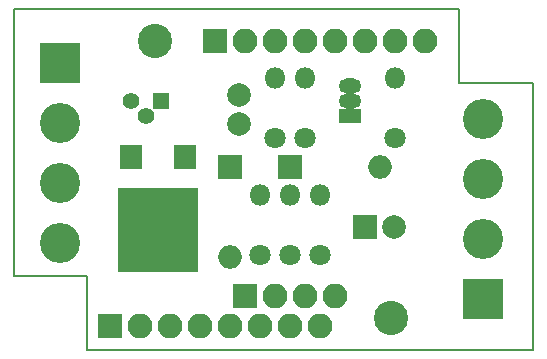
<source format=gts>
G04 #@! TF.FileFunction,Soldermask,Top*
%FSLAX46Y46*%
G04 Gerber Fmt 4.6, Leading zero omitted, Abs format (unit mm)*
G04 Created by KiCad (PCBNEW 4.0.7) date 08/08/18 22:55:19*
%MOMM*%
%LPD*%
G01*
G04 APERTURE LIST*
%ADD10C,0.100000*%
%ADD11C,0.150000*%
%ADD12R,2.000000X2.000000*%
%ADD13C,2.000000*%
%ADD14C,1.400000*%
%ADD15R,1.400000X1.400000*%
%ADD16C,3.400000*%
%ADD17R,3.400000X3.400000*%
%ADD18O,2.000000X2.000000*%
%ADD19O,1.900000X1.300000*%
%ADD20R,1.900000X1.300000*%
%ADD21R,1.900000X2.000000*%
%ADD22R,6.900000X7.100000*%
%ADD23R,2.100000X2.100000*%
%ADD24O,2.100000X2.100000*%
%ADD25C,2.900000*%
%ADD26C,1.800000*%
%ADD27O,1.800000X1.800000*%
G04 APERTURE END LIST*
D10*
D11*
X140462000Y-106299000D02*
X140462000Y-83693000D01*
X146685000Y-106299000D02*
X140462000Y-106299000D01*
X146685000Y-112522000D02*
X146685000Y-106299000D01*
X184404000Y-112522000D02*
X146685000Y-112522000D01*
X184404000Y-89916000D02*
X184404000Y-112522000D01*
X178181000Y-89916000D02*
X184404000Y-89916000D01*
X178181000Y-83693000D02*
X178181000Y-89916000D01*
X140462000Y-83693000D02*
X178181000Y-83693000D01*
D12*
X170180000Y-102108000D03*
D13*
X172680000Y-102108000D03*
D14*
X151638000Y-92710000D03*
X150368000Y-91440000D03*
D15*
X152908000Y-91440000D03*
D16*
X144399000Y-93345000D03*
X144399000Y-98425000D03*
D17*
X144399000Y-88265000D03*
D16*
X144399000Y-103505000D03*
D13*
X159512000Y-90932000D03*
X159512000Y-93432000D03*
D12*
X163830000Y-97028000D03*
D18*
X171450000Y-97028000D03*
D12*
X158750000Y-97028000D03*
D18*
X158750000Y-104648000D03*
D16*
X180213000Y-103124000D03*
X180213000Y-98044000D03*
D17*
X180213000Y-108204000D03*
D16*
X180213000Y-92964000D03*
D19*
X168910000Y-91440000D03*
X168910000Y-90170000D03*
D20*
X168910000Y-92710000D03*
D21*
X154940000Y-96240000D03*
X150340000Y-96240000D03*
D22*
X152640000Y-102390000D03*
D23*
X157480000Y-86360000D03*
D24*
X160020000Y-86360000D03*
X162560000Y-86360000D03*
X165100000Y-86360000D03*
X167640000Y-86360000D03*
X170180000Y-86360000D03*
X172720000Y-86360000D03*
X175260000Y-86360000D03*
D23*
X148590000Y-110490000D03*
D24*
X151130000Y-110490000D03*
X153670000Y-110490000D03*
X156210000Y-110490000D03*
X158750000Y-110490000D03*
X161290000Y-110490000D03*
X163830000Y-110490000D03*
X166370000Y-110490000D03*
D23*
X160020000Y-107950000D03*
D24*
X162560000Y-107950000D03*
X165100000Y-107950000D03*
X167640000Y-107950000D03*
D25*
X152405080Y-86357460D03*
X172399960Y-109862620D03*
D26*
X166370000Y-104521000D03*
D27*
X166370000Y-99441000D03*
D26*
X172720000Y-94615000D03*
D27*
X172720000Y-89535000D03*
D26*
X163830000Y-104521000D03*
D27*
X163830000Y-99441000D03*
D26*
X165100000Y-94615000D03*
D27*
X165100000Y-89535000D03*
D26*
X161290000Y-104521000D03*
D27*
X161290000Y-99441000D03*
D26*
X162560000Y-94615000D03*
D27*
X162560000Y-89535000D03*
M02*

</source>
